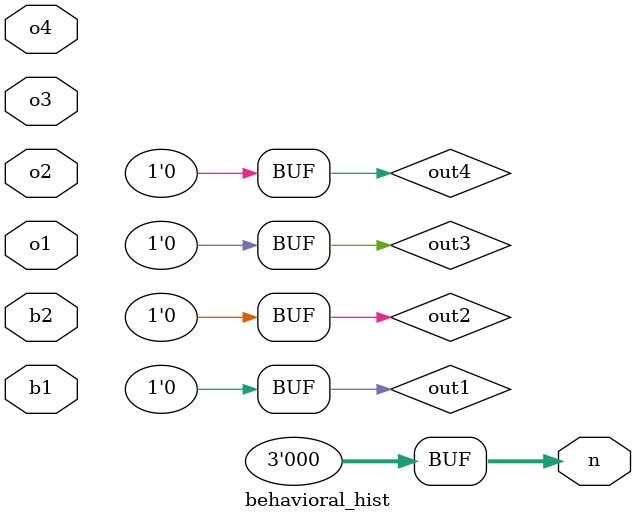
<source format=v>
`timescale 1ns/10ps

/* Behavioral Histogram. */

module behavioral_hist(o1, o2, o3, o4, b1, b2, n);
	output [2:0] n;
	input [7:0] o1, o2, o3, o4, b1, b2;
	
	reg out1;
	reg out2;
	reg out3;
	reg out4;
	
	always @(*) begin
		out1 = 0;
		out2 = 0;
		out3 = 0;
		out4 = 0;
	end

	always @(*) begin
		if (o1 >= b1 && o1 <= b2) begin
			out1 = 1;
		end else begin
			out1 = 0;
		end
 
		if (o2 >= b1 && o2 <= b2) begin
			out2 = 1;
		end else begin
			out2 = 0;
		end
 
		if (o3 >= b1 && o3 <= b2) begin
			out3 = 1;
		end else begin
			out3 = 0;
		end

		if (o4 >= b1 && o4 <= b2) begin
			out4 = 1;
		end else begin
			out4 = 0;
		end
	end

	assign n = out1 + out2 + out3 + out4;
endmodule

</source>
